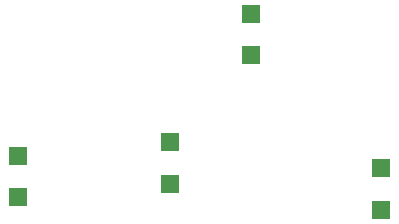
<source format=gbr>
G04 EAGLE Gerber RS-274X export*
G75*
%MOMM*%
%FSLAX34Y34*%
%LPD*%
%INSolderpaste Top*%
%IPPOS*%
%AMOC8*
5,1,8,0,0,1.08239X$1,22.5*%
G01*
%ADD10R,1.500000X1.500000*%


D10*
X118872Y312192D03*
X118872Y347192D03*
X247142Y323622D03*
X247142Y358622D03*
X316230Y432334D03*
X316230Y467334D03*
X425704Y301524D03*
X425704Y336524D03*
M02*

</source>
